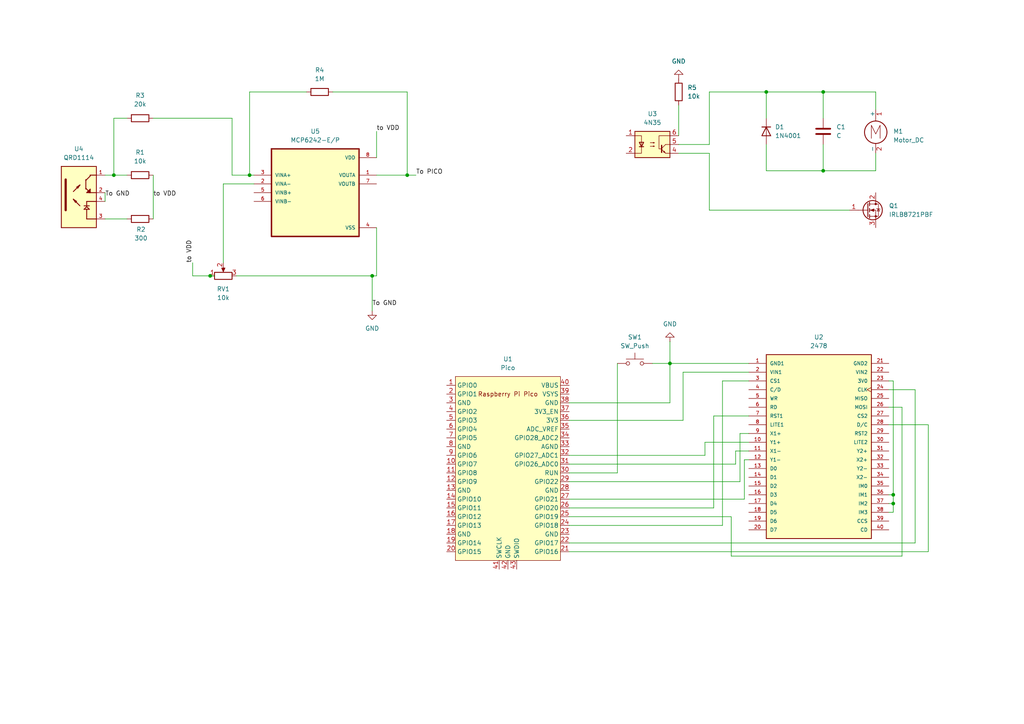
<source format=kicad_sch>
(kicad_sch (version 20231120) (generator "eeschema") (generator_version "8.0")
  (paper "A4")
  (lib_symbols
    (symbol "2478:2478" (pin_names (offset 1.016))
      (property "Reference" "U" (at -15.2631 28.6183 0))
      (property "Value" "2478" (at -15.262 -27.9803 0))
      (symbol "2478_0_0"
        (rectangle (start -15.24 -25.4) (end 15.24 27.94) (stroke (width 0.254)) (fill (type background)))
        (pin power_in line (at -20.32 25.4 0) (length 5.08) (name "GND1") (number "1"))
        (pin output line (at -20.32 2.54 0) (length 5.08) (name "Y1+") (number "10"))
        (pin output line (at -20.32 0 0) (length 5.08) (name "X1-") (number "11"))
        (pin output line (at -20.32 -2.54 0) (length 5.08) (name "Y1-") (number "12"))
        (pin bidirectional line (at -20.32 -5.08 0) (length 5.08) (name "D0") (number "13"))
        (pin bidirectional line (at -20.32 -7.62 0) (length 5.08) (name "D1") (number "14"))
        (pin bidirectional line (at -20.32 -10.16 0) (length 5.08) (name "D2") (number "15"))
        (pin bidirectional line (at -20.32 -12.7 0) (length 5.08) (name "D3") (number "16"))
        (pin bidirectional line (at -20.32 -15.24 0) (length 5.08) (name "D4") (number "17"))
        (pin bidirectional line (at -20.32 -17.78 0) (length 5.08) (name "D5") (number "18"))
        (pin bidirectional line (at -20.32 -20.32 0) (length 5.08) (name "D6") (number "19"))
        (pin power_in line (at -20.32 22.86 0) (length 5.08) (name "VIN1") (number "2"))
        (pin bidirectional line (at -20.32 -22.86 0) (length 5.08) (name "D7") (number "20"))
        (pin power_in line (at 20.32 25.4 180) (length 5.08) (name "GND2") (number "21"))
        (pin power_in line (at 20.32 22.86 180) (length 5.08) (name "VIN2") (number "22"))
        (pin output line (at 20.32 20.32 180) (length 5.08) (name "3V0") (number "23"))
        (pin input clock (at 20.32 17.78 180) (length 5.08) (name "CLK") (number "24"))
        (pin output line (at 20.32 15.24 180) (length 5.08) (name "MISO") (number "25"))
        (pin input line (at 20.32 12.7 180) (length 5.08) (name "MOSI") (number "26"))
        (pin input line (at 20.32 10.16 180) (length 5.08) (name "CS2") (number "27"))
        (pin input line (at 20.32 7.62 180) (length 5.08) (name "D/C") (number "28"))
        (pin input line (at 20.32 5.08 180) (length 5.08) (name "RST2") (number "29"))
        (pin input line (at -20.32 20.32 0) (length 5.08) (name "CS1") (number "3"))
        (pin input line (at 20.32 2.54 180) (length 5.08) (name "LITE2") (number "30"))
        (pin output line (at 20.32 0 180) (length 5.08) (name "Y2+") (number "31"))
        (pin output line (at 20.32 -2.54 180) (length 5.08) (name "X2+") (number "32"))
        (pin output line (at 20.32 -5.08 180) (length 5.08) (name "Y2-") (number "33"))
        (pin output line (at 20.32 -7.62 180) (length 5.08) (name "X2-") (number "34"))
        (pin input line (at 20.32 -10.16 180) (length 5.08) (name "IM0") (number "35"))
        (pin input line (at 20.32 -12.7 180) (length 5.08) (name "IM1") (number "36"))
        (pin input line (at 20.32 -15.24 180) (length 5.08) (name "IM2") (number "37"))
        (pin input line (at 20.32 -17.78 180) (length 5.08) (name "IM3") (number "38"))
        (pin input line (at 20.32 -20.32 180) (length 5.08) (name "CCS") (number "39"))
        (pin input line (at -20.32 17.78 0) (length 5.08) (name "C/D") (number "4"))
        (pin output line (at 20.32 -22.86 180) (length 5.08) (name "CD") (number "40"))
        (pin input line (at -20.32 15.24 0) (length 5.08) (name "WR") (number "5"))
        (pin input line (at -20.32 12.7 0) (length 5.08) (name "RD") (number "6"))
        (pin input line (at -20.32 10.16 0) (length 5.08) (name "RST1") (number "7"))
        (pin input line (at -20.32 7.62 0) (length 5.08) (name "LITE1") (number "8"))
        (pin output line (at -20.32 5.08 0) (length 5.08) (name "X1+") (number "9"))
      )
    )
    (symbol "Device:C" (pin_numbers hide) (pin_names (offset 0.254))
      (property "Reference" "C" (at 0.635 2.54 0))
      (property "Value" "C" (at 0.635 -2.54 0))
      (symbol "C_0_1"
        (polyline (pts (xy -2.032 -0.762) (xy 2.032 -0.762)) (stroke (width 0.508)))
        (polyline (pts (xy -2.032 0.762) (xy 2.032 0.762)) (stroke (width 0.508)))
      )
      (symbol "C_1_1"
        (pin passive line (at 0 3.81 270) (length 2.794) (name "~") (number "1"))
        (pin passive line (at 0 -3.81 90) (length 2.794) (name "~") (number "2"))
      )
    )
    (symbol "Device:R" (pin_numbers hide) (pin_names (offset 0))
      (property "Reference" "R" (at 2.032 0 90))
      (property "Value" "R" (at 0 0 90))
      (symbol "R_0_1"
        (rectangle (start -1.016 -2.54) (end 1.016 2.54) (stroke (width 0.254)))
      )
      (symbol "R_1_1"
        (pin passive line (at 0 3.81 270) (length 1.27) (name "~") (number "1"))
        (pin passive line (at 0 -3.81 90) (length 1.27) (name "~") (number "2"))
      )
    )
    (symbol "Device:R_Potentiometer" (pin_names (offset 1.016) hide)
      (property "Reference" "RV" (at -4.445 0 90))
      (property "Value" "R_Potentiometer" (at -2.54 0 90))
      (symbol "R_Potentiometer_0_1"
        (polyline (pts (xy 2.54 0) (xy 1.524 0)))
        (polyline (pts (xy 1.143 0) (xy 2.286 0.508) (xy 2.286 -0.508) (xy 1.143 0)) (fill (type outline)))
        (rectangle (start 1.016 2.54) (end -1.016 -2.54) (stroke (width 0.254)))
      )
      (symbol "R_Potentiometer_1_1"
        (pin passive line (at 0 3.81 270) (length 1.27) (name "1") (number "1"))
        (pin passive line (at 3.81 0 180) (length 1.27) (name "2") (number "2"))
        (pin passive line (at 0 -3.81 90) (length 1.27) (name "3") (number "3"))
      )
    )
    (symbol "Diode:1N4001" (pin_numbers hide) (pin_names hide)
      (property "Reference" "D" (at 0 2.54 0))
      (property "Value" "1N4001" (at 0 -2.54 0))
      (symbol "1N4001_0_1"
        (polyline (pts (xy -1.27 1.27) (xy -1.27 -1.27)) (stroke (width 0.254)))
        (polyline (pts (xy 1.27 0) (xy -1.27 0)))
        (polyline (pts (xy 1.27 1.27) (xy 1.27 -1.27) (xy -1.27 0) (xy 1.27 1.27)) (stroke (width 0.254)))
      )
      (symbol "1N4001_1_1"
        (pin passive line (at -3.81 0 0) (length 2.54) (name "K") (number "1"))
        (pin passive line (at 3.81 0 180) (length 2.54) (name "A") (number "2"))
      )
    )
    (symbol "Isolator:4N35" (pin_names (offset 1.016))
      (property "Reference" "U" (at -5.08 5.08 0))
      (property "Value" "4N35" (at 0 5.08 0))
      (symbol "4N35_0_1"
        (rectangle (start -5.08 3.81) (end 5.08 -3.81) (stroke (width 0.254)) (fill (type background)))
        (polyline (pts (xy -3.81 -0.635) (xy -2.54 -0.635)) (stroke (width 0.254)))
        (polyline (pts (xy 2.667 -1.397) (xy 3.81 -2.54)))
        (polyline (pts (xy 2.667 -1.143) (xy 3.81 0)))
        (polyline (pts (xy 3.81 -2.54) (xy 5.08 -2.54)))
        (polyline (pts (xy 3.81 0) (xy 5.08 0)))
        (polyline (pts (xy 2.667 -0.254) (xy 2.667 -2.286) (xy 2.667 -2.286)) (stroke (width 0.3556)))
        (polyline (pts (xy -5.08 -2.54) (xy -3.175 -2.54) (xy -3.175 2.54) (xy -5.08 2.54)))
        (polyline (pts (xy -3.175 -0.635) (xy -3.81 0.635) (xy -2.54 0.635) (xy -3.175 -0.635)) (stroke (width 0.254)))
        (polyline (pts (xy 3.683 -2.413) (xy 3.429 -1.905) (xy 3.175 -2.159) (xy 3.683 -2.413)))
        (polyline (pts (xy 5.08 2.54) (xy 1.905 2.54) (xy 1.905 -1.27) (xy 2.54 -1.27)))
        (polyline (pts (xy -0.635 -0.508) (xy 0.635 -0.508) (xy 0.254 -0.635) (xy 0.254 -0.381) (xy 0.635 -0.508)))
        (polyline (pts (xy -0.635 0.508) (xy 0.635 0.508) (xy 0.254 0.381) (xy 0.254 0.635) (xy 0.635 0.508)))
      )
      (symbol "4N35_1_1"
        (pin passive line (at -7.62 2.54 0) (length 2.54) (name "~") (number "1"))
        (pin passive line (at -7.62 -2.54 0) (length 2.54) (name "~") (number "2"))
        (pin no_connect line (at -5.08 0 0) (length 2.54) hide (name "NC") (number "3"))
        (pin passive line (at 7.62 -2.54 180) (length 2.54) (name "~") (number "4"))
        (pin passive line (at 7.62 0 180) (length 2.54) (name "~") (number "5"))
        (pin passive line (at 7.62 2.54 180) (length 2.54) (name "~") (number "6"))
      )
    )
    (symbol "MCP6242-E_P:MCP6242-E/P" (pin_names (offset 1.016))
      (property "Reference" "U" (at -12.7 13.7 0))
      (property "Value" "MCP6242-E{slash}P" (at -12.7 -16.7 0))
      (symbol "MCP6242-E/P_0_0"
        (rectangle (start -12.7 -12.7) (end 12.7 12.7) (stroke (width 0.41)) (fill (type background)))
        (pin output line (at 17.78 5.08 180) (length 5.08) (name "VOUTA") (number "1"))
        (pin input line (at -17.78 2.54 0) (length 5.08) (name "VINA-") (number "2"))
        (pin input line (at -17.78 5.08 0) (length 5.08) (name "VINA+") (number "3"))
        (pin power_in line (at 17.78 -10.16 180) (length 5.08) (name "VSS") (number "4"))
        (pin input line (at -17.78 0 0) (length 5.08) (name "VINB+") (number "5"))
        (pin input line (at -17.78 -2.54 0) (length 5.08) (name "VINB-") (number "6"))
        (pin output line (at 17.78 2.54 180) (length 5.08) (name "VOUTB") (number "7"))
        (pin power_in line (at 17.78 10.16 180) (length 5.08) (name "VDD") (number "8"))
      )
    )
    (symbol "MCU_RaspberryPi_and_Boards:Pico"
      (property "Reference" "U" (at -13.97 27.94 0))
      (property "Value" "Pico" (at 0 19.05 0))
      (symbol "Pico_0_0"
        (text "Raspberry Pi Pico" (at 0 21.59 0) (effects (font (size 1.27 1.27))))
      )
      (symbol "Pico_0_1"
        (rectangle (start -15.24 26.67) (end 15.24 -26.67) (fill (type background)))
      )
      (symbol "Pico_1_1"
        (pin bidirectional line (at -17.78 24.13 0) (length 2.54) (name "GPIO0") (number "1"))
        (pin bidirectional line (at -17.78 1.27 0) (length 2.54) (name "GPIO7") (number "10"))
        (pin bidirectional line (at -17.78 -1.27 0) (length 2.54) (name "GPIO8") (number "11"))
        (pin bidirectional line (at -17.78 -3.81 0) (length 2.54) (name "GPIO9") (number "12"))
        (pin power_in line (at -17.78 -6.35 0) (length 2.54) (name "GND") (number "13"))
        (pin bidirectional line (at -17.78 -8.89 0) (length 2.54) (name "GPIO10") (number "14"))
        (pin bidirectional line (at -17.78 -11.43 0) (length 2.54) (name "GPIO11") (number "15"))
        (pin bidirectional line (at -17.78 -13.97 0) (length 2.54) (name "GPIO12") (number "16"))
        (pin bidirectional line (at -17.78 -16.51 0) (length 2.54) (name "GPIO13") (number "17"))
        (pin power_in line (at -17.78 -19.05 0) (length 2.54) (name "GND") (number "18"))
        (pin bidirectional line (at -17.78 -21.59 0) (length 2.54) (name "GPIO14") (number "19"))
        (pin bidirectional line (at -17.78 21.59 0) (length 2.54) (name "GPIO1") (number "2"))
        (pin bidirectional line (at -17.78 -24.13 0) (length 2.54) (name "GPIO15") (number "20"))
        (pin bidirectional line (at 17.78 -24.13 180) (length 2.54) (name "GPIO16") (number "21"))
        (pin bidirectional line (at 17.78 -21.59 180) (length 2.54) (name "GPIO17") (number "22"))
        (pin power_in line (at 17.78 -19.05 180) (length 2.54) (name "GND") (number "23"))
        (pin bidirectional line (at 17.78 -16.51 180) (length 2.54) (name "GPIO18") (number "24"))
        (pin bidirectional line (at 17.78 -13.97 180) (length 2.54) (name "GPIO19") (number "25"))
        (pin bidirectional line (at 17.78 -11.43 180) (length 2.54) (name "GPIO20") (number "26"))
        (pin bidirectional line (at 17.78 -8.89 180) (length 2.54) (name "GPIO21") (number "27"))
        (pin power_in line (at 17.78 -6.35 180) (length 2.54) (name "GND") (number "28"))
        (pin bidirectional line (at 17.78 -3.81 180) (length 2.54) (name "GPIO22") (number "29"))
        (pin power_in line (at -17.78 19.05 0) (length 2.54) (name "GND") (number "3"))
        (pin input line (at 17.78 -1.27 180) (length 2.54) (name "RUN") (number "30"))
        (pin bidirectional line (at 17.78 1.27 180) (length 2.54) (name "GPIO26_ADC0") (number "31"))
        (pin bidirectional line (at 17.78 3.81 180) (length 2.54) (name "GPIO27_ADC1") (number "32"))
        (pin power_in line (at 17.78 6.35 180) (length 2.54) (name "AGND") (number "33"))
        (pin bidirectional line (at 17.78 8.89 180) (length 2.54) (name "GPIO28_ADC2") (number "34"))
        (pin power_in line (at 17.78 11.43 180) (length 2.54) (name "ADC_VREF") (number "35"))
        (pin power_in line (at 17.78 13.97 180) (length 2.54) (name "3V3") (number "36"))
        (pin input line (at 17.78 16.51 180) (length 2.54) (name "3V3_EN") (number "37"))
        (pin bidirectional line (at 17.78 19.05 180) (length 2.54) (name "GND") (number "38"))
        (pin power_in line (at 17.78 21.59 180) (length 2.54) (name "VSYS") (number "39"))
        (pin bidirectional line (at -17.78 16.51 0) (length 2.54) (name "GPIO2") (number "4"))
        (pin power_in line (at 17.78 24.13 180) (length 2.54) (name "VBUS") (number "40"))
        (pin input line (at -2.54 -29.21 90) (length 2.54) (name "SWCLK") (number "41"))
        (pin power_in line (at 0 -29.21 90) (length 2.54) (name "GND") (number "42"))
        (pin bidirectional line (at 2.54 -29.21 90) (length 2.54) (name "SWDIO") (number "43"))
        (pin bidirectional line (at -17.78 13.97 0) (length 2.54) (name "GPIO3") (number "5"))
        (pin bidirectional line (at -17.78 11.43 0) (length 2.54) (name "GPIO4") (number "6"))
        (pin bidirectional line (at -17.78 8.89 0) (length 2.54) (name "GPIO5") (number "7"))
        (pin power_in line (at -17.78 6.35 0) (length 2.54) (name "GND") (number "8"))
        (pin bidirectional line (at -17.78 3.81 0) (length 2.54) (name "GPIO6") (number "9"))
      )
    )
    (symbol "Motor:Motor_DC" (pin_names (offset 0))
      (property "Reference" "M" (at 2.54 2.54 0))
      (property "Value" "Motor_DC" (at 2.54 -5.08 0))
      (symbol "Motor_DC_0_0"
        (polyline (pts (xy -1.27 -3.302) (xy -1.27 0.508) (xy 0 -2.032) (xy 1.27 0.508) (xy 1.27 -3.302)))
      )
      (symbol "Motor_DC_0_1"
        (circle (center 0 -1.524) (radius 3.2512) (stroke (width 0.254)))
        (polyline (pts (xy 0 -7.62) (xy 0 -7.112)))
        (polyline (pts (xy 0 -4.7752) (xy 0 -5.1816)))
        (polyline (pts (xy 0 1.7272) (xy 0 2.0828)))
        (polyline (pts (xy 0 2.032) (xy 0 2.54)))
      )
      (symbol "Motor_DC_1_1"
        (pin passive line (at 0 5.08 270) (length 2.54) (name "+") (number "1"))
        (pin passive line (at 0 -7.62 90) (length 2.54) (name "-") (number "2"))
      )
    )
    (symbol "QRD1114:QRD1114" (pin_names (offset 1.016))
      (property "Reference" "U" (at -5.08 10.795 0))
      (property "Value" "QRD1114" (at -5.08 -10.16 0))
      (symbol "QRD1114_0_0"
        (rectangle (start -5.08 -7.62) (end 5.08 10.16) (stroke (width 0.254)) (fill (type background)))
        (polyline (pts (xy -3.81 6.35) (xy -3.81 -2.54)) (stroke (width 0.635)))
        (polyline (pts (xy -1.5875 0.635) (xy -0.9525 -0.3175)) (stroke (width 0.254)))
        (polyline (pts (xy -1.5875 0.635) (xy -0.635 0)) (stroke (width 0.254)))
        (polyline (pts (xy -1.5875 2.8575) (xy 0.3175 4.7625)) (stroke (width 0.254)))
        (polyline (pts (xy 0.3175 -1.27) (xy -1.5875 0.635)) (stroke (width 0.254)))
        (polyline (pts (xy 0.3175 4.7625) (xy -0.635 4.1275)) (stroke (width 0.254)))
        (polyline (pts (xy 0.3175 4.7625) (xy -0.3175 3.81)) (stroke (width 0.254)))
        (polyline (pts (xy 2.032 3.81) (xy 2.032 3.556)) (stroke (width 0.254)))
        (polyline (pts (xy 2.032 3.81) (xy 3.302 2.54)) (stroke (width 0.254)))
        (polyline (pts (xy 2.032 6.096) (xy 2.032 3.81)) (stroke (width 0.254)))
        (polyline (pts (xy 2.032 6.096) (xy 2.032 6.35)) (stroke (width 0.254)))
        (polyline (pts (xy 2.286 -5.08) (xy 2.286 -2.286)) (stroke (width 0.254)))
        (polyline (pts (xy 2.286 -2.286) (xy 1.524 -2.286)) (stroke (width 0.254)))
        (polyline (pts (xy 2.286 -2.286) (xy 3.048 -2.286)) (stroke (width 0.254)))
        (polyline (pts (xy 2.286 -1.524) (xy 1.524 -2.286)) (stroke (width 0.254)))
        (polyline (pts (xy 2.286 -1.27) (xy 2.286 0)) (stroke (width 0.254)))
        (polyline (pts (xy 2.286 0) (xy 5.08 0)) (stroke (width 0.254)))
        (polyline (pts (xy 2.286 2.54) (xy 3.048 2.54)) (stroke (width 0.254)))
        (polyline (pts (xy 2.54 2.794) (xy 2.286 2.54)) (stroke (width 0.254)))
        (polyline (pts (xy 2.54 2.794) (xy 2.794 2.794)) (stroke (width 0.254)))
        (polyline (pts (xy 2.794 2.794) (xy 3.048 2.54)) (stroke (width 0.254)))
        (polyline (pts (xy 3.048 -2.286) (xy 2.286 -1.524)) (stroke (width 0.254)))
        (polyline (pts (xy 3.048 -1.27) (xy 1.524 -1.27)) (stroke (width 0.254)))
        (polyline (pts (xy 3.048 2.54) (xy 3.048 3.048)) (stroke (width 0.254)))
        (polyline (pts (xy 3.048 2.54) (xy 3.302 2.54)) (stroke (width 0.254)))
        (polyline (pts (xy 3.048 3.048) (xy 2.794 2.794)) (stroke (width 0.254)))
        (polyline (pts (xy 3.048 3.048) (xy 3.302 3.302)) (stroke (width 0.254)))
        (polyline (pts (xy 3.302 2.54) (xy 3.302 2.794)) (stroke (width 0.254)))
        (polyline (pts (xy 3.302 2.54) (xy 5.08 2.54)) (stroke (width 0.254)))
        (polyline (pts (xy 3.302 2.794) (xy 3.048 3.048)) (stroke (width 0.254)))
        (polyline (pts (xy 3.302 2.794) (xy 3.302 3.302)) (stroke (width 0.254)))
        (polyline (pts (xy 3.302 3.302) (xy 3.302 3.556)) (stroke (width 0.254)))
        (polyline (pts (xy 3.302 3.556) (xy 2.54 2.794)) (stroke (width 0.254)))
        (polyline (pts (xy 3.302 7.366) (xy 2.032 6.096)) (stroke (width 0.254)))
        (polyline (pts (xy 3.302 7.62) (xy 3.302 7.366)) (stroke (width 0.254)))
        (polyline (pts (xy 5.08 -5.08) (xy 2.286 -5.08)) (stroke (width 0.254)))
        (polyline (pts (xy 5.08 7.62) (xy 3.302 7.62)) (stroke (width 0.254)))
        (pin passive line (at 7.62 7.62 180) (length 2.54) (name "~") (number "1"))
        (pin passive line (at 7.62 2.54 180) (length 2.54) (name "~") (number "2"))
        (pin passive line (at 7.62 -5.08 180) (length 2.54) (name "~") (number "3"))
        (pin passive line (at 7.62 0 180) (length 2.54) (name "~") (number "4"))
      )
    )
    (symbol "Switch:SW_Push" (pin_numbers hide) (pin_names (offset 1.016) hide)
      (property "Reference" "SW" (at 1.27 2.54 0))
      (property "Value" "SW_Push" (at 0 -1.524 0))
      (symbol "SW_Push_0_1"
        (circle (center -2.032 0) (radius 0.508))
        (polyline (pts (xy 0 1.27) (xy 0 3.048)))
        (polyline (pts (xy 2.54 1.27) (xy -2.54 1.27)))
        (circle (center 2.032 0) (radius 0.508))
        (pin passive line (at -5.08 0 0) (length 2.54) (name "1") (number "1"))
        (pin passive line (at 5.08 0 180) (length 2.54) (name "2") (number "2"))
      )
    )
    (symbol "Transistor_FET:IRLB8721PBF" (pin_names hide)
      (property "Reference" "Q" (at 5.08 1.905 0))
      (property "Value" "IRLB8721PBF" (at 5.08 0 0))
      (symbol "IRLB8721PBF_0_1"
        (polyline (pts (xy 0.254 0) (xy -2.54 0)))
        (polyline (pts (xy 0.254 1.905) (xy 0.254 -1.905)) (stroke (width 0.254)))
        (polyline (pts (xy 0.762 -1.27) (xy 0.762 -2.286)) (stroke (width 0.254)))
        (polyline (pts (xy 0.762 0.508) (xy 0.762 -0.508)) (stroke (width 0.254)))
        (polyline (pts (xy 0.762 2.286) (xy 0.762 1.27)) (stroke (width 0.254)))
        (polyline (pts (xy 2.54 2.54) (xy 2.54 1.778)))
        (polyline (pts (xy 2.54 -2.54) (xy 2.54 0) (xy 0.762 0)))
        (polyline (pts (xy 0.762 -1.778) (xy 3.302 -1.778) (xy 3.302 1.778) (xy 0.762 1.778)))
        (polyline (pts (xy 1.016 0) (xy 2.032 0.381) (xy 2.032 -0.381) (xy 1.016 0)) (fill (type outline)))
        (polyline (pts (xy 2.794 0.508) (xy 2.921 0.381) (xy 3.683 0.381) (xy 3.81 0.254)))
        (polyline (pts (xy 3.302 0.381) (xy 2.921 -0.254) (xy 3.683 -0.254) (xy 3.302 0.381)))
        (circle (center 1.651 0) (radius 2.794) (stroke (width 0.254)))
        (circle (center 2.54 -1.778) (radius 0.254) (fill (type outline)))
        (circle (center 2.54 1.778) (radius 0.254) (fill (type outline)))
      )
      (symbol "IRLB8721PBF_1_1"
        (pin input line (at -5.08 0 0) (length 2.54) (name "G") (number "1"))
        (pin passive line (at 2.54 5.08 270) (length 2.54) (name "D") (number "2"))
        (pin passive line (at 2.54 -5.08 90) (length 2.54) (name "S") (number "3"))
      )
    )
    (symbol "power:GND" (power) (pin_numbers hide) (pin_names (offset 0) hide)
      (property "Value" "GND" (at 0 -3.81 0))
      (symbol "GND_0_1"
        (polyline (pts (xy 0 0) (xy 0 -1.27) (xy 1.27 -1.27) (xy 0 -2.54) (xy -1.27 -1.27) (xy 0 -1.27)))
      )
      (symbol "GND_1_1"
        (pin power_in line (at 0 0 270) (length 0) (name "~") (number "1"))
      )
    )
  )
  (junction (at 107.95 80.01))
  (junction (at 194.31 105.41))
  (junction (at 259.08 146.05))
  (junction (at 238.76 26.67))
  (junction (at 259.08 143.51))
  (junction (at 238.76 49.53))
  (junction (at 72.39 50.8))
  (junction (at 222.25 26.67))
  (junction (at 118.11 50.8))
  (junction (at 60.96 80.01))
  (junction (at 33.02 50.8))
  (wire (pts (xy 205.74 60.96) (xy 246.38 60.96)))
  (wire (pts (xy 238.76 41.91) (xy 238.76 49.53)))
  (wire (pts (xy 257.81 148.59) (xy 259.08 148.59)))
  (wire (pts (xy 33.02 50.8) (xy 36.83 50.8)))
  (wire (pts (xy 212.09 161.29) (xy 261.62 161.29)))
  (wire (pts (xy 165.1 121.92) (xy 198.12 121.92)))
  (wire (pts (xy 198.12 121.92) (xy 198.12 107.95)))
  (wire (pts (xy 165.1 157.48) (xy 265.43 157.48)))
  (wire (pts (xy 60.96 80.01) (xy 62.23 80.01)))
  (wire (pts (xy 30.48 50.8) (xy 33.02 50.8)))
  (wire (pts (xy 33.02 34.29) (xy 36.83 34.29)))
  (wire (pts (xy 265.43 157.48) (xy 265.43 113.03)))
  (wire (pts (xy 72.39 26.67) (xy 88.9 26.67)))
  (wire (pts (xy 109.22 50.8) (xy 118.11 50.8)))
  (wire (pts (xy 205.74 44.45) (xy 205.74 60.96)))
  (wire (pts (xy 212.09 149.86) (xy 212.09 161.29)))
  (wire (pts (xy 209.55 110.49) (xy 217.17 110.49)))
  (wire (pts (xy 259.08 143.51) (xy 259.08 146.05)))
  (wire (pts (xy 238.76 26.67) (xy 238.76 34.29)))
  (wire (pts (xy 238.76 26.67) (xy 254 26.67)))
  (wire (pts (xy 109.22 66.04) (xy 109.22 80.01)))
  (wire (pts (xy 30.48 55.88) (xy 30.48 58.42)))
  (wire (pts (xy 254 44.45) (xy 254 49.53)))
  (wire (pts (xy 261.62 161.29) (xy 261.62 118.11)))
  (wire (pts (xy 30.48 63.5) (xy 36.83 63.5)))
  (wire (pts (xy 67.31 50.8) (xy 67.31 34.29)))
  (wire (pts (xy 214.63 125.73) (xy 217.17 125.73)))
  (wire (pts (xy 55.88 76.2) (xy 55.88 80.01)))
  (wire (pts (xy 215.9 144.78) (xy 215.9 133.35)))
  (wire (pts (xy 72.39 50.8) (xy 72.39 26.67)))
  (wire (pts (xy 222.25 34.29) (xy 222.25 26.67)))
  (wire (pts (xy 269.24 123.19) (xy 257.81 123.19)))
  (wire (pts (xy 205.74 26.67) (xy 205.74 41.91)))
  (wire (pts (xy 165.1 134.62) (xy 213.36 134.62)))
  (wire (pts (xy 261.62 118.11) (xy 257.81 118.11)))
  (wire (pts (xy 209.55 152.4) (xy 209.55 110.49)))
  (wire (pts (xy 165.1 139.7) (xy 214.63 139.7)))
  (wire (pts (xy 196.85 30.48) (xy 196.85 39.37)))
  (wire (pts (xy 204.47 132.08) (xy 204.47 128.27)))
  (wire (pts (xy 73.66 53.34) (xy 64.77 53.34)))
  (wire (pts (xy 215.9 133.35) (xy 217.17 133.35)))
  (wire (pts (xy 165.1 160.02) (xy 269.24 160.02)))
  (wire (pts (xy 44.45 34.29) (xy 67.31 34.29)))
  (wire (pts (xy 44.45 50.8) (xy 44.45 63.5)))
  (wire (pts (xy 194.31 105.41) (xy 217.17 105.41)))
  (wire (pts (xy 189.23 105.41) (xy 194.31 105.41)))
  (wire (pts (xy 259.08 110.49) (xy 259.08 143.51)))
  (wire (pts (xy 72.39 50.8) (xy 67.31 50.8)))
  (wire (pts (xy 165.1 137.16) (xy 179.07 137.16)))
  (wire (pts (xy 165.1 152.4) (xy 209.55 152.4)))
  (wire (pts (xy 213.36 134.62) (xy 213.36 130.81)))
  (wire (pts (xy 165.1 144.78) (xy 215.9 144.78)))
  (wire (pts (xy 165.1 132.08) (xy 204.47 132.08)))
  (wire (pts (xy 259.08 148.59) (xy 259.08 146.05)))
  (wire (pts (xy 214.63 139.7) (xy 214.63 125.73)))
  (wire (pts (xy 257.81 110.49) (xy 259.08 110.49)))
  (wire (pts (xy 64.77 53.34) (xy 64.77 76.2)))
  (wire (pts (xy 222.25 26.67) (xy 238.76 26.67)))
  (wire (pts (xy 194.31 99.06) (xy 194.31 105.41)))
  (wire (pts (xy 207.01 147.32) (xy 207.01 120.65)))
  (wire (pts (xy 238.76 49.53) (xy 222.25 49.53)))
  (wire (pts (xy 265.43 113.03) (xy 257.81 113.03)))
  (wire (pts (xy 55.88 80.01) (xy 60.96 80.01)))
  (wire (pts (xy 222.25 49.53) (xy 222.25 41.91)))
  (wire (pts (xy 254 26.67) (xy 254 31.75)))
  (wire (pts (xy 118.11 50.8) (xy 120.65 50.8)))
  (wire (pts (xy 96.52 26.67) (xy 118.11 26.67)))
  (wire (pts (xy 198.12 107.95) (xy 217.17 107.95)))
  (wire (pts (xy 107.95 80.01) (xy 68.58 80.01)))
  (wire (pts (xy 222.25 26.67) (xy 205.74 26.67)))
  (wire (pts (xy 204.47 128.27) (xy 217.17 128.27)))
  (wire (pts (xy 207.01 120.65) (xy 217.17 120.65)))
  (wire (pts (xy 196.85 44.45) (xy 205.74 44.45)))
  (wire (pts (xy 33.02 50.8) (xy 33.02 34.29)))
  (wire (pts (xy 213.36 130.81) (xy 217.17 130.81)))
  (wire (pts (xy 165.1 149.86) (xy 212.09 149.86)))
  (wire (pts (xy 259.08 143.51) (xy 257.81 143.51)))
  (wire (pts (xy 73.66 50.8) (xy 72.39 50.8)))
  (wire (pts (xy 179.07 105.41) (xy 179.07 137.16)))
  (wire (pts (xy 194.31 116.84) (xy 194.31 105.41)))
  (wire (pts (xy 165.1 147.32) (xy 207.01 147.32)))
  (wire (pts (xy 107.95 80.01) (xy 107.95 90.17)))
  (wire (pts (xy 238.76 49.53) (xy 254 49.53)))
  (wire (pts (xy 205.74 41.91) (xy 196.85 41.91)))
  (wire (pts (xy 118.11 26.67) (xy 118.11 50.8)))
  (wire (pts (xy 269.24 160.02) (xy 269.24 123.19)))
  (wire (pts (xy 109.22 38.1) (xy 109.22 45.72)))
  (wire (pts (xy 109.22 80.01) (xy 107.95 80.01)))
  (wire (pts (xy 257.81 146.05) (xy 259.08 146.05)))
  (wire (pts (xy 165.1 116.84) (xy 194.31 116.84)))
  (label "to VDD" (at 55.88 76.2 90))
  (label "To GND" (at 107.95 88.9 0))
  (label "to VDD" (at 44.45 57.15 0))
  (label "To PICO" (at 120.65 50.8 0))
  (label "to VDD" (at 109.22 38.1 0))
  (label "To GND" (at 30.48 57.15 0))
  (symbol (lib_id "power:GND") (at 107.95 90.17 0) (unit 1)
    (property "Reference" "#PWR03" (effects (hide yes)))
    (property "Value" "GND" (at 107.95 95.25 0))
    (property "Description" "Power symbol creates a global label with name \"GND\" , ground" (effects (hide yes)))
  )
  (symbol (lib_id "Transistor_FET:IRLB8721PBF") (at 251.46 60.96 0) (unit 1)
    (property "Reference" "Q1" (at 257.81 59.6899 0) (effects (justify left)))
    (property "Value" "IRLB8721PBF" (at 257.81 62.2299 0) (effects (justify left)))
    (property "Footprint" "Package_TO_SOT_THT:TO-220-3_Vertical" (effects (hide yes)))
    (property "Datasheet" "http://www.infineon.com/dgdl/irlb8721pbf.pdf?fileId=5546d462533600a40153566056732591" (effects (hide yes)))
    (property "Description" "62A Id, 30V Vds, 8.7 mOhm Rds, N-Channel HEXFET Power MOSFET, TO-220" (effects (hide yes)))
  )
  (symbol (lib_id "MCU_RaspberryPi_and_Boards:Pico") (at 147.32 135.89 0) (unit 1)
    (property "Reference" "U1" (at 147.32 104.14 0))
    (property "Value" "Pico" (at 147.32 106.68 0))
    (property "Footprint" "RPi_Pico:RPi_Pico_SMD_TH" (effects (hide yes)))
  )
  (symbol (lib_id "Motor:Motor_DC") (at 254 36.83 0) (unit 1)
    (property "Reference" "M1" (at 259.08 38.0999 0) (effects (justify left)))
    (property "Value" "Motor_DC" (at 259.08 40.6399 0) (effects (justify left)))
    (property "Description" "DC Motor" (effects (hide yes)))
  )
  (symbol (lib_id "MCP6242-E_P:MCP6242-E/P") (at 91.44 55.88 0) (unit 1)
    (property "Reference" "U5" (at 91.44 38.1 0))
    (property "Value" "MCP6242-E/P" (at 91.44 40.64 0))
    (property "Footprint" "DIP787W46P254L927H533Q8" (effects (hide yes)))
  )
  (symbol (lib_id "Device:R") (at 40.64 50.8 90) (unit 1)
    (property "Reference" "R1" (at 40.64 44.1993 90))
    (property "Value" "10k" (at 40.64 46.7393 90))
    (property "Description" "Resistor" (effects (hide yes)))
  )
  (symbol (lib_id "power:GND") (at 196.85 22.86 180) (unit 1)
    (property "Reference" "#PWR02" (effects (hide yes)))
    (property "Value" "GND" (at 196.85 17.78 0))
    (property "Description" "Power symbol creates a global label with name \"GND\" , ground" (effects (hide yes)))
  )
  (symbol (lib_id "power:GND") (at 194.31 99.06 180) (unit 1)
    (property "Reference" "#PWR01" (effects (hide yes)))
    (property "Value" "GND" (at 194.31 93.98 0))
    (property "Description" "Power symbol creates a global label with name \"GND\" , ground" (effects (hide yes)))
  )
  (symbol (lib_id "Device:R") (at 196.85 26.67 180) (unit 1)
    (property "Reference" "R5" (at 199.39 25.3999 0) (effects (justify right)))
    (property "Value" "10k" (at 199.39 27.9399 0) (effects (justify right)))
    (property "Description" "Resistor" (effects (hide yes)))
  )
  (symbol (lib_id "2478:2478") (at 237.49 130.81 0) (unit 1)
    (property "Reference" "U2" (at 237.49 97.79 0))
    (property "Value" "2478" (at 237.49 100.33 0))
    (property "Footprint" "ADAFRUIT_2478" (effects (hide yes)))
    (property "MANUFACTURER" "Adafruit Industries LLC" (effects (hide yes)))
  )
  (symbol (lib_id "Device:C") (at 238.76 38.1 180) (unit 1)
    (property "Reference" "C1" (at 242.57 36.8299 0) (effects (justify right)))
    (property "Value" "C" (at 242.57 39.3699 0) (effects (justify right)))
    (property "Description" "Unpolarized capacitor" (effects (hide yes)))
  )
  (symbol (lib_id "Diode:1N4001") (at 222.25 38.1 270) (unit 1)
    (property "Reference" "D1" (at 224.79 36.8299 90) (effects (justify left)))
    (property "Value" "1N4001" (at 224.79 39.3699 90) (effects (justify left)))
    (property "Footprint" "Diode_THT:D_DO-41_SOD81_P10.16mm_Horizontal" (effects (hide yes)))
    (property "Datasheet" "http://www.vishay.com/docs/88503/1n4001.pdf" (effects (hide yes)))
    (property "Description" "50V 1A General Purpose Rectifier Diode, DO-41" (effects (hide yes)))
    (property "Sim.Device" "D" (effects (hide yes)))
    (property "Sim.Pins" "1=K 2=A" (effects (hide yes)))
  )
  (symbol (lib_id "Switch:SW_Push") (at 184.15 105.41 0) (unit 1)
    (property "Reference" "SW1" (at 184.15 97.79 0))
    (property "Value" "SW_Push" (at 184.15 100.33 0))
    (property "Description" "Push button switch, generic, two pins" (effects (hide yes)))
  )
  (symbol (lib_id "Device:R") (at 92.71 26.67 90) (unit 1)
    (property "Reference" "R4" (at 92.71 20.32 90))
    (property "Value" "1M" (at 92.71 22.86 90))
    (property "Description" "Resistor" (effects (hide yes)))
  )
  (symbol (lib_id "QRD1114:QRD1114") (at 22.86 58.42 0) (unit 1)
    (property "Reference" "U4" (at 22.86 43.18 0))
    (property "Value" "QRD1114" (at 22.86 45.72 0))
    (property "Footprint" "ONS_QRD1114" (effects (hide yes)))
    (property "DIGI-KEY_PURCHASE_URL" "https://www.digikey.com.ua/product-detail/en/on-semiconductor/QRD1114/QRD1114-ND/187536?utm_source=snapeda&utm_medium=aggregator&utm_campaign=symbol" (effects (hide yes)))
    (property "DESCRIPTION" "QRD1114 Series 30 V 50 mA Phototransistor Reflective Object Sensor" (effects (hide yes)))
    (property "PACKAGE" "Radial-4 ON Semiconductor" (effects (hide yes)))
    (property "STANDARD" "IPC-7251" (effects (hide yes)))
    (property "PARTREV" "1.3.0" (effects (hide yes)))
    (property "MP" "QRD1114" (effects (hide yes)))
    (property "DIGI-KEY_PART_NUMBER" "QRD1114-ND" (effects (hide yes)))
    (property "MANUFACTURER" "ON Semiconductor" (effects (hide yes)))
  )
  (symbol (lib_id "Device:R") (at 40.64 63.5 90) (unit 1)
    (property "Reference" "R2" (at 40.894 66.548 90))
    (property "Value" "300" (at 40.894 69.088 90))
    (property "Description" "Resistor" (effects (hide yes)))
  )
  (symbol (lib_id "Isolator:4N35") (at 189.23 41.91 0) (unit 1)
    (property "Reference" "U3" (at 189.23 33.02 0))
    (property "Value" "4N35" (at 189.23 35.56 0))
    (property "Footprint" "Package_DIP:DIP-6_W7.62mm" (effects (hide yes)))
    (property "Datasheet" "https://www.vishay.com/docs/81181/4n35.pdf" (effects (hide yes)))
    (property "Description" "Optocoupler, Phototransistor Output, with Base Connection, Vce 70V, CTR 100%, Viso 5000V, DIP6" (effects (hide yes)))
  )
  (symbol (lib_id "Device:R_Potentiometer") (at 64.77 80.01 90) (unit 1)
    (property "Reference" "RV1" (at 64.77 83.82 90))
    (property "Value" "10k" (at 64.77 86.36 90))
    (property "Description" "Potentiometer" (effects (hide yes)))
  )
  (symbol (lib_id "Device:R") (at 40.64 34.29 90) (unit 1)
    (property "Reference" "R3" (at 40.64 27.6893 90))
    (property "Value" "20k" (at 40.64 30.2293 90))
    (property "Description" "Resistor" (effects (hide yes)))
  )
)
</source>
